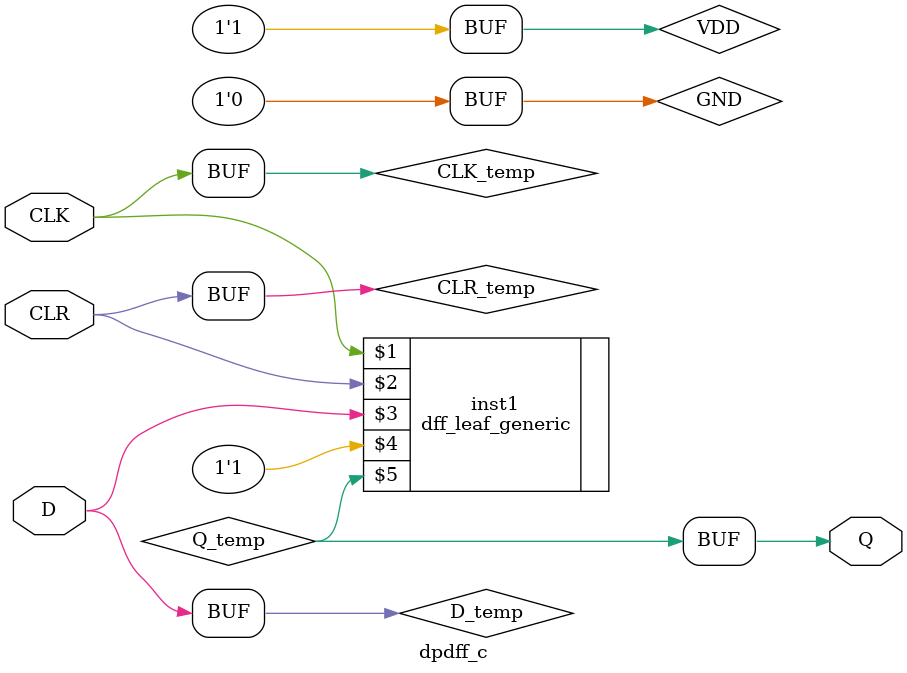
<source format=v>
module dpdff_c(CLK,CLR,D,Q);
  parameter BIT = 0;
  parameter COLINST = "0";
  parameter GROUP = "dpath1";
  parameter
        d_CLK_r = 0,
        d_CLK_f = 0,
        d_CLR_r = 0,
        d_CLR_f = 0,
        d_D_r = 0,
        d_D_f = 0,
        d_Q_r = 1,
        d_Q_f = 1;
  input  CLK;
  input  CLR;
  input  D;
  output  Q;
  wire  CLK_temp;
  wire  CLR_temp;
  wire  D_temp;
  wire  Q_temp;
  supply0  GND;
  supply1  VDD;
  assign #(d_CLK_r,d_CLK_f) CLK_temp = CLK;
  assign #(d_CLR_r,d_CLR_f) CLR_temp = CLR;
  assign #(d_D_r,d_D_f) D_temp = D;
  assign #(d_Q_r,d_Q_f) Q = Q_temp;
  dff_leaf_generic inst1 (CLK_temp,CLR_temp,D_temp,VDD,Q_temp);
  specify
    specparam
      t_hold_D = 0,
      t_setup_D = 0,
      t_width_CLR = 0;
    $hold(posedge CLK , D , t_hold_D);
    $setup(D , posedge CLK , t_setup_D);
    $width(negedge CLR , t_width_CLR);
  endspecify
endmodule

</source>
